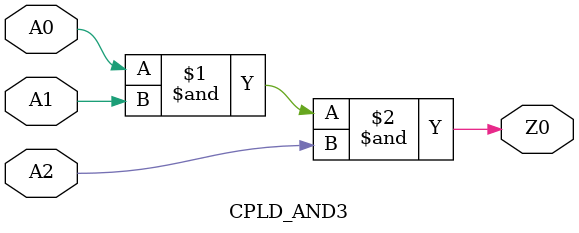
<source format=v>
module CPLD_AND3 (Z0, A0, A1, A2);
    input  A0;
    input  A1;
    input  A2;

    output  Z0;
    
    and INST1 (Z0, A0, A1, A2);
endmodule

</source>
